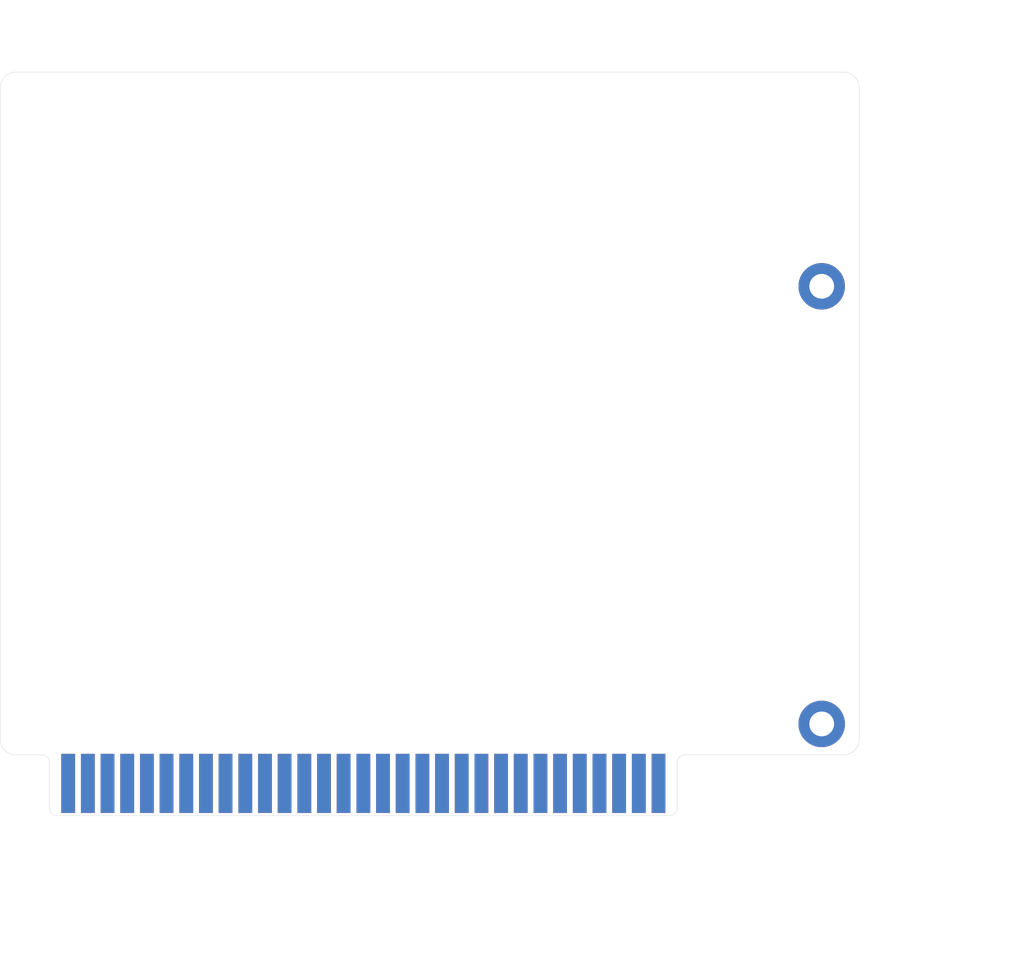
<source format=kicad_pcb>
(kicad_pcb (version 20241229) (generator "pcbnew") (generator_version "9.0")
  (layers (0 "F.Cu" signal) (2 "B.Cu" signal) (13 "F.Paste" user) (15 "B.Paste" user) (5 "F.SilkS" user "F.Silkscreen") (7 "B.SilkS" user "B.Silkscreen") (1 "F.Mask" user) (3 "B.Mask" user) (25 "Edge.Cuts" user))
  (net 0 "")
  (footprint "68k:ISA8_Edge" (layer "F.Cu") (at 193.544907 130.6322)
    (property "Reference" "J1" (hide yes))
    (property "Value" "KEYSTONE_9202")
    (pad "1" connect rect (at 3.197893 0.156) (size 1.78 7.62) (layers "B.Cu" "B.Mask"))
    (pad "2" connect rect (at 0.657893 0.156) (size 1.78 7.62) (layers "B.Cu" "B.Mask"))
    (pad "3" connect rect (at -1.882107 0.156) (size 1.78 7.62) (layers "B.Cu" "B.Mask"))
    (pad "4" connect rect (at -4.422107 0.156) (size 1.78 7.62) (layers "B.Cu" "B.Mask"))
    (pad "5" connect rect (at -6.962107 0.156) (size 1.78 7.62) (layers "B.Cu" "B.Mask"))
    (pad "6" connect rect (at -9.502107 0.156) (size 1.78 7.62) (layers "B.Cu" "B.Mask"))
    (pad "7" connect rect (at -12.042107 0.156) (size 1.78 7.62) (layers "B.Cu" "B.Mask"))
    (pad "8" connect rect (at -14.582107 0.156) (size 1.78 7.62) (layers "B.Cu" "B.Mask"))
    (pad "9" connect rect (at -17.122107 0.156) (size 1.78 7.62) (layers "B.Cu" "B.Mask"))
    (pad "10" connect rect (at -19.662107 0.156) (size 1.78 7.62) (layers "B.Cu" "B.Mask"))
    (pad "11" connect rect (at -22.202107 0.156) (size 1.78 7.62) (layers "B.Cu" "B.Mask"))
    (pad "12" connect rect (at -24.742107 0.156) (size 1.78 7.62) (layers "B.Cu" "B.Mask"))
    (pad "13" connect rect (at -27.282107 0.156) (size 1.78 7.62) (layers "B.Cu" "B.Mask"))
    (pad "14" connect rect (at -29.822107 0.156) (size 1.78 7.62) (layers "B.Cu" "B.Mask"))
    (pad "15" connect rect (at -32.362107 0.156) (size 1.78 7.62) (layers "B.Cu" "B.Mask"))
    (pad "16" connect rect (at -34.902107 0.156) (size 1.78 7.62) (layers "B.Cu" "B.Mask"))
    (pad "17" connect rect (at -37.442107 0.156) (size 1.78 7.62) (layers "B.Cu" "B.Mask"))
    (pad "18" connect rect (at -39.982107 0.156) (size 1.78 7.62) (layers "B.Cu" "B.Mask"))
    (pad "19" connect rect (at -42.522107 0.156) (size 1.78 7.62) (layers "B.Cu" "B.Mask"))
    (pad "20" connect rect (at -45.062107 0.156) (size 1.78 7.62) (layers "B.Cu" "B.Mask"))
    (pad "21" connect rect (at -47.602107 0.156) (size 1.78 7.62) (layers "B.Cu" "B.Mask"))
    (pad "22" connect rect (at -50.142107 0.156) (size 1.78 7.62) (layers "B.Cu" "B.Mask"))
    (pad "23" connect rect (at -52.682107 0.156) (size 1.78 7.62) (layers "B.Cu" "B.Mask"))
    (pad "24" connect rect (at -55.222107 0.156) (size 1.78 7.62) (layers "B.Cu" "B.Mask"))
    (pad "25" connect rect (at -57.762107 0.156) (size 1.78 7.62) (layers "B.Cu" "B.Mask"))
    (pad "26" connect rect (at -60.302107 0.156) (size 1.78 7.62) (layers "B.Cu" "B.Mask"))
    (pad "27" connect rect (at -62.842107 0.156) (size 1.78 7.62) (layers "B.Cu" "B.Mask"))
    (pad "28" connect rect (at -65.382107 0.156) (size 1.78 7.62) (layers "B.Cu" "B.Mask"))
    (pad "29" connect rect (at -67.922107 0.156) (size 1.78 7.62) (layers "B.Cu" "B.Mask"))
    (pad "30" connect rect (at -70.462107 0.156) (size 1.78 7.62) (layers "B.Cu" "B.Mask"))
    (pad "31" connect rect (at -73.002107 0.156) (size 1.78 7.62) (layers "B.Cu" "B.Mask"))
    (pad "32" connect rect (at 3.197893 0.156) (size 1.78 7.62) (layers "F.Cu" "F.Mask"))
    (pad "33" connect rect (at 0.657893 0.156) (size 1.78 7.62) (layers "F.Cu" "F.Mask"))
    (pad "34" connect rect (at -1.882107 0.156) (size 1.78 7.62) (layers "F.Cu" "F.Mask"))
    (pad "35" connect rect (at -4.422107 0.156) (size 1.78 7.62) (layers "F.Cu" "F.Mask"))
    (pad "36" connect rect (at -6.962107 0.156) (size 1.78 7.62) (layers "F.Cu" "F.Mask"))
    (pad "37" connect rect (at -9.502107 0.156) (size 1.78 7.62) (layers "F.Cu" "F.Mask"))
    (pad "38" connect rect (at -12.042107 0.156) (size 1.78 7.62) (layers "F.Cu" "F.Mask"))
    (pad "39" connect rect (at -14.582107 0.156) (size 1.78 7.62) (layers "F.Cu" "F.Mask"))
    (pad "40" connect rect (at -17.122107 0.156) (size 1.78 7.62) (layers "F.Cu" "F.Mask"))
    (pad "41" connect rect (at -19.662107 0.156) (size 1.78 7.62) (layers "F.Cu" "F.Mask"))
    (pad "42" connect rect (at -22.202107 0.156) (size 1.78 7.62) (layers "F.Cu" "F.Mask"))
    (pad "43" connect rect (at -24.742107 0.156) (size 1.78 7.62) (layers "F.Cu" "F.Mask"))
    (pad "44" connect rect (at -27.282107 0.156) (size 1.78 7.62) (layers "F.Cu" "F.Mask"))
    (pad "45" connect rect (at -29.822107 0.156) (size 1.78 7.62) (layers "F.Cu" "F.Mask"))
    (pad "46" connect rect (at -32.362107 0.156) (size 1.78 7.62) (layers "F.Cu" "F.Mask"))
    (pad "47" connect rect (at -34.902107 0.156) (size 1.78 7.62) (layers "F.Cu" "F.Mask"))
    (pad "48" connect rect (at -37.442107 0.156) (size 1.78 7.62) (layers "F.Cu" "F.Mask"))
    (pad "49" connect rect (at -39.982107 0.156) (size 1.78 7.62) (layers "F.Cu" "F.Mask"))
    (pad "50" connect rect (at -42.522107 0.156) (size 1.78 7.62) (layers "F.Cu" "F.Mask"))
    (pad "51" connect rect (at -45.062107 0.156) (size 1.78 7.62) (layers "F.Cu" "F.Mask"))
    (pad "52" connect rect (at -47.602107 0.156) (size 1.78 7.62) (layers "F.Cu" "F.Mask"))
    (pad "53" connect rect (at -50.142107 0.156) (size 1.78 7.62) (layers "F.Cu" "F.Mask"))
    (pad "54" connect rect (at -52.682107 0.156) (size 1.78 7.62) (layers "F.Cu" "F.Mask"))
    (pad "55" connect rect (at -55.222107 0.156) (size 1.78 7.62) (layers "F.Cu" "F.Mask"))
    (pad "56" connect rect (at -57.762107 0.156) (size 1.78 7.62) (layers "F.Cu" "F.Mask"))
    (pad "57" connect rect (at -60.302107 0.156) (size 1.78 7.62) (layers "F.Cu" "F.Mask"))
    (pad "58" connect rect (at -62.842107 0.156) (size 1.78 7.62) (layers "F.Cu" "F.Mask"))
    (pad "59" connect rect (at -65.382107 0.156) (size 1.78 7.62) (layers "F.Cu" "F.Mask"))
    (pad "60" connect rect (at -67.922107 0.156) (size 1.78 7.62) (layers "F.Cu" "F.Mask"))
    (pad "61" connect rect (at -70.462107 0.156) (size 1.78 7.62) (layers "F.Cu" "F.Mask"))
    (pad "62" connect rect (at -73.002107 0.156) (size 1.78 7.62) (layers "F.Cu" "F.Mask"))
    (pad "H1" thru_hole circle (at 24.267893 -7.524) (size 6 6) (drill 3.2) (layers "*.Cu" "*.Mask"))
    (pad "H2" thru_hole circle (at 24.267893 -64.044) (size 6 6) (drill 3.2) (layers "*.Cu" "*.Mask"))
  )
  (gr_line (start 200.1558 127.0762) (end 220.6508 127.0762) (stroke (width 0.05)) (layer "Edge.Cuts"))
  (gr_arc (start 111.767799 40.9222) (mid 112.353585 39.507986) (end 113.767799 38.9222) (stroke (width 0.05)) (layer "Edge.Cuts"))
  (gr_arc (start 117.115292 127.0922) (mid 117.822404 127.38509) (end 118.115292 128.0922) (stroke (width 0.05)) (layer "Edge.Cuts"))
  (gr_arc (start 222.6508 125.0762) (mid 222.065014 126.490414) (end 220.6508 127.0762) (stroke (width 0.05)) (layer "Edge.Cuts"))
  (gr_line (start 118.115292 128.0922) (end 118.115292 133.9502) (stroke (width 0.05)) (layer "Edge.Cuts"))
  (gr_line (start 119.115292 134.9502) (end 198.1558 134.9502) (stroke (width 0.05)) (layer "Edge.Cuts"))
  (gr_arc (start 220.726 38.9222) (mid 222.092355 39.533829) (end 222.652213 40.9222) (stroke (width 0.05)) (layer "Edge.Cuts"))
  (gr_line (start 113.767799 127.0922) (end 117.115292 127.0922) (stroke (width 0.05)) (layer "Edge.Cuts"))
  (gr_arc (start 113.767799 127.0922) (mid 112.353585 126.506414) (end 111.767799 125.0922) (stroke (width 0.05)) (layer "Edge.Cuts"))
  (gr_line (start 111.767799 40.9222) (end 111.767799 125.0922) (stroke (width 0.05)) (layer "Edge.Cuts"))
  (gr_arc (start 199.1558 133.9502) (mid 198.862907 134.657307) (end 198.1558 134.9502) (stroke (width 0.05)) (layer "Edge.Cuts"))
  (gr_line (start 199.1558 133.9502) (end 199.1558 128.0762) (stroke (width 0.05)) (layer "Edge.Cuts"))
  (gr_line (start 222.6508 125.0762) (end 222.652213 40.9222) (stroke (width 0.05)) (layer "Edge.Cuts"))
  (gr_arc (start 119.115292 134.9502) (mid 118.40819 134.657304) (end 118.115292 133.9502) (stroke (width 0.05)) (layer "Edge.Cuts"))
  (gr_line (start 220.725993 38.9222) (end 113.767799 38.9222) (stroke (width 0.05)) (layer "Edge.Cuts"))
  (gr_arc (start 199.1558 128.0762) (mid 199.448693 127.369093) (end 200.1558 127.0762) (stroke (width 0.05)) (layer "Edge.Cuts"))
)
</source>
